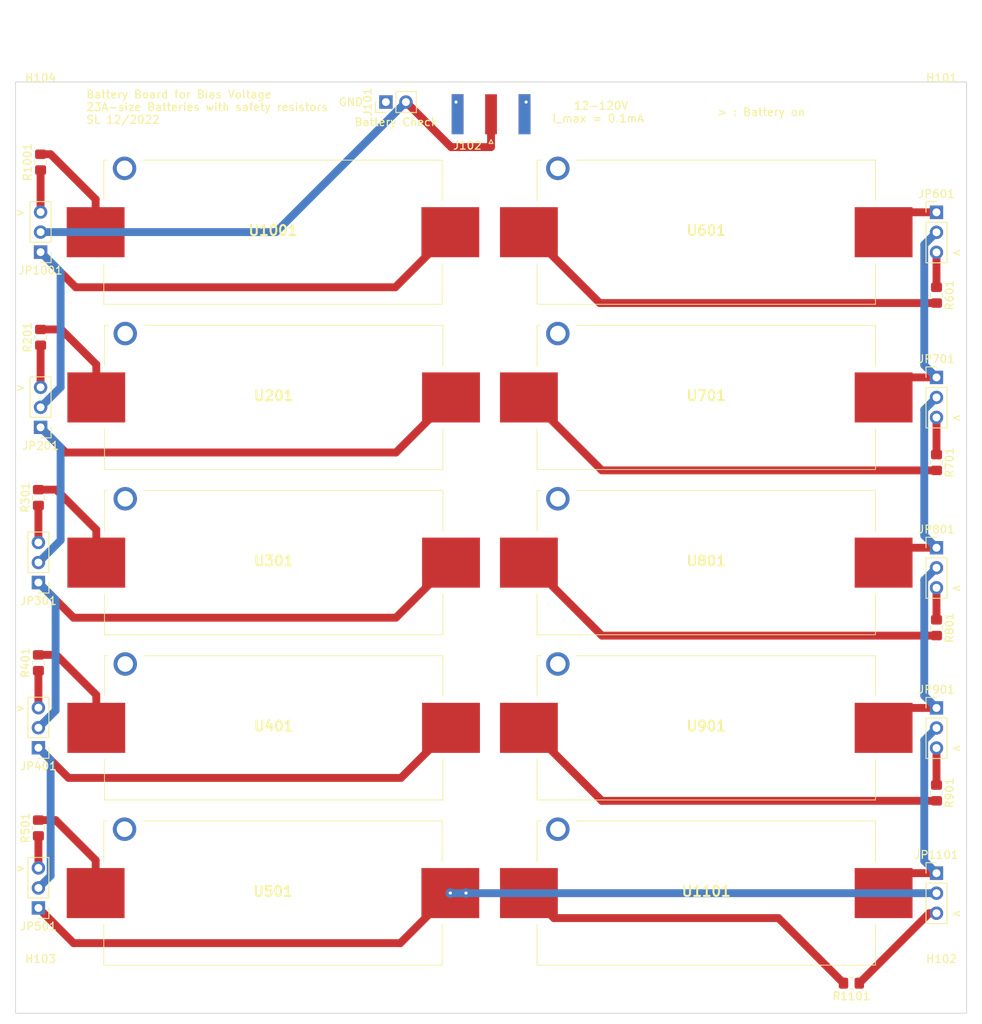
<source format=kicad_pcb>
(kicad_pcb (version 20211014) (generator pcbnew)
  (layers (0 "F.Cu" signal) (31 "B.Cu" signal) (34 "B.Paste" user) (35 "F.Paste" user) (36 "B.SilkS" user "B.Silkscreen") (37 "F.SilkS" user "F.Silkscreen") (38 "B.Mask" user) (39 "F.Mask" user) (44 "Edge.Cuts" user))
  (net 0 "")
  (net 1 "/Battery unit8/V_batt+12V")
  (net 2 "GND")
  (net 3 "/Battery unit/V_batt-")
  (net 4 "/Battery unit/V_batt+12V")
  (net 5 "/Battery unit1/V_batt-")
  (net 6 "/Battery unit2/V_batt-")
  (net 7 "/Battery unit3/V_batt-")
  (net 8 "/Battery unit4/V_batt+12V")
  (net 9 "/Battery unit5/V_batt+12V")
  (net 10 "/Battery unit6/V_batt+12V")
  (net 11 "Net-(JP201-Pad3)")
  (net 12 "Net-(R201-Pad2)")
  (net 13 "Net-(JP301-Pad3)")
  (net 14 "Net-(R301-Pad2)")
  (net 15 "Net-(JP401-Pad3)")
  (net 16 "Net-(R401-Pad2)")
  (net 17 "Net-(JP501-Pad3)")
  (net 18 "Net-(R501-Pad2)")
  (net 19 "Net-(JP601-Pad3)")
  (net 20 "Net-(R601-Pad2)")
  (net 21 "Net-(JP701-Pad3)")
  (net 22 "Net-(R701-Pad2)")
  (net 23 "Net-(JP801-Pad3)")
  (net 24 "Net-(R801-Pad2)")
  (net 25 "Net-(JP901-Pad3)")
  (net 26 "Net-(R901-Pad2)")
  (net 27 "Net-(JP1001-Pad3)")
  (net 28 "Net-(R1001-Pad2)")
  (net 29 "Net-(JP1101-Pad3)")
  (net 30 "Net-(R1101-Pad2)")
  (net 41 "/Battery unit7/V_batt+12V")
  (footprint "Resistor_SMD:R_0805_2012Metric_Pad1.20x1.40mm_HandSolder" (layer "F.Cu") (at 73.025 42.545 90)
    (fp_text reference "R1001" (at 0 -1.65 90) (layer "F.SilkS"))
    (fp_text value "120k")
    (fp_line (start -0.227064 -0.735) (end 0.227064 -0.735) (layer "F.SilkS") (width 0.12))
    (fp_line (start -0.227064 0.735) (end 0.227064 0.735) (layer "F.SilkS") (width 0.12))
    (pad "1" smd roundrect (at -1 0 90) (size 1.2 1.4) (layers "F.Cu" "F.Paste" "F.Mask") (roundrect_rratio 0.208333) (net 27 "Net-(JP1001-Pad3)"))
    (pad "2" smd roundrect (at 1 0 90) (size 1.2 1.4) (layers "F.Cu" "F.Paste" "F.Mask") (roundrect_rratio 0.208333) (net 28 "Net-(R1001-Pad2)"))
  )
  (footprint "Resistor_SMD:R_0805_2012Metric_Pad1.20x1.40mm_HandSolder" (layer "F.Cu") (at 72.75 106.045 90)
    (fp_text reference "R401" (at 0 -1.65 90) (layer "F.SilkS"))
    (fp_text value "120k")
    (fp_line (start -0.227064 -0.735) (end 0.227064 -0.735) (layer "F.SilkS") (width 0.12))
    (fp_line (start -0.227064 0.735) (end 0.227064 0.735) (layer "F.SilkS") (width 0.12))
    (pad "1" smd roundrect (at -1 0 90) (size 1.2 1.4) (layers "F.Cu" "F.Paste" "F.Mask") (roundrect_rratio 0.208333) (net 15 "Net-(JP401-Pad3)"))
    (pad "2" smd roundrect (at 1 0 90) (size 1.2 1.4) (layers "F.Cu" "F.Paste" "F.Mask") (roundrect_rratio 0.208333) (net 16 "Net-(R401-Pad2)"))
  )
  (footprint "Connector_PinHeader_2.54mm:PinHeader_1x03_P2.54mm_Vertical" (layer "F.Cu") (at 186.69 48.91)
    (fp_text reference "JP601" (at 0 -2.33) (layer "F.SilkS"))
    (fp_text value "Bypass")
    (fp_line (start -1.33 6.41) (end 1.33 6.41) (layer "F.SilkS") (width 0.12))
    (fp_line (start -1.33 0) (end -1.33 -1.33) (layer "F.SilkS") (width 0.12))
    (fp_line (start -1.33 -1.33) (end 0 -1.33) (layer "F.SilkS") (width 0.12))
    (fp_line (start 1.33 1.27) (end 1.33 6.41) (layer "F.SilkS") (width 0.12))
    (fp_line (start -1.33 1.27) (end 1.33 1.27) (layer "F.SilkS") (width 0.12))
    (fp_line (start -1.33 1.27) (end -1.33 6.41) (layer "F.SilkS") (width 0.12))
    (pad "1" thru_hole rect (at 0 0) (size 1.7 1.7) (drill 1) (layers *.Cu *.Mask) (net 2 "GND"))
    (pad "2" thru_hole oval (at 0 2.54) (size 1.7 1.7) (drill 1) (layers *.Cu *.Mask) (net 8 "/Battery unit4/V_batt+12V"))
    (pad "3" thru_hole oval (at 0 5.08) (size 1.7 1.7) (drill 1) (layers *.Cu *.Mask) (net 19 "Net-(JP601-Pad3)"))
  )
  (footprint "MountingHole:MountingHole_2.7mm_M2.5" (layer "F.Cu") (at 187.325 35.56)
    (fp_text reference "H101" (at 0 -3.7) (layer "F.SilkS"))
    (fp_text value "MountingHole")
    (pad "" np_thru_hole circle (at 0 0) (size 2.7 2.7) (drill 2.7) (layers *.Cu *.Mask))
  )
  (footprint "Connector_PinHeader_2.54mm:PinHeader_1x03_P2.54mm_Vertical" (layer "F.Cu") (at 72.75 116.825 180)
    (fp_text reference "JP401" (at 0 -2.33) (layer "F.SilkS"))
    (fp_text value "Bypass")
    (fp_line (start -1.33 6.41) (end 1.33 6.41) (layer "F.SilkS") (width 0.12))
    (fp_line (start 1.33 1.27) (end 1.33 6.41) (layer "F.SilkS") (width 0.12))
    (fp_line (start -1.33 0) (end -1.33 -1.33) (layer "F.SilkS") (width 0.12))
    (fp_line (start -1.33 -1.33) (end 0 -1.33) (layer "F.SilkS") (width 0.12))
    (fp_line (start -1.33 1.27) (end -1.33 6.41) (layer "F.SilkS") (width 0.12))
    (fp_line (start -1.33 1.27) (end 1.33 1.27) (layer "F.SilkS") (width 0.12))
    (pad "1" thru_hole rect (at 0 0 180) (size 1.7 1.7) (drill 1) (layers *.Cu *.Mask) (net 6 "/Battery unit2/V_batt-"))
    (pad "2" thru_hole oval (at 0 2.54 180) (size 1.7 1.7) (drill 1) (layers *.Cu *.Mask) (net 5 "/Battery unit1/V_batt-"))
    (pad "3" thru_hole oval (at 0 5.08 180) (size 1.7 1.7) (drill 1) (layers *.Cu *.Mask) (net 15 "Net-(JP401-Pad3)"))
  )
  (footprint "23A_Battery_Holder:Keystone-1018" (layer "F.Cu") (at 157.48 72.39)
    (fp_text reference "U701" (at 0 -0.22) (layer "F.SilkS") (effects (font (size 1.27 1.27) (thickness 0.254))))
    (fp_text value "Keystone-1018-SMD" hide)
    (fp_line (start -21.465 -9.145) (end -21.465 -4) (layer "F.SilkS") (width 0.1))
    (fp_line (start 21.465 -9.145) (end 21.465 -4) (layer "F.SilkS") (width 0.1))
    (fp_line (start 21.465 9.145) (end -21.465 9.145) (layer "F.SilkS") (width 0.1))
    (fp_line (start 21.465 4) (end 21.465 9.145) (layer "F.SilkS") (width 0.1))
    (fp_line (start -21 -9.145) (end -21.465 -9.145) (layer "F.SilkS") (width 0.1))
    (fp_line (start -21.465 9.145) (end -21.465 4) (layer "F.SilkS") (width 0.1))
    (fp_line (start -16.5 -9.145) (end 21.465 -9.145) (layer "F.SilkS") (width 0.1))
    (pad "1" smd rect (at -22.5 0 90) (size 6.35 7.34) (layers "F.Cu" "F.Paste" "F.Mask") (net 22 "Net-(R701-Pad2)"))
    (pad "2" smd rect (at 22.5 0 90) (size 6.35 7.34) (layers "F.Cu" "F.Paste" "F.Mask") (net 8 "/Battery unit4/V_batt+12V"))
    (pad "MH1" thru_hole circle (at -18.83 -8.1) (size 2.97 2.97) (drill 1.98) (layers *.Cu *.Mask))
  )
  (footprint "Resistor_SMD:R_0805_2012Metric_Pad1.20x1.40mm_HandSolder" (layer "F.Cu") (at 186.69 122.555 -90)
    (fp_text reference "R901" (at 0 -1.65 90) (layer "F.SilkS"))
    (fp_text value "120k")
    (fp_line (start -0.227064 0.735) (end 0.227064 0.735) (layer "F.SilkS") (width 0.12))
    (fp_line (start -0.227064 -0.735) (end 0.227064 -0.735) (layer "F.SilkS") (width 0.12))
    (pad "1" smd roundrect (at -1 0 270) (size 1.2 1.4) (layers "F.Cu" "F.Paste" "F.Mask") (roundrect_rratio 0.208333) (net 25 "Net-(JP901-Pad3)"))
    (pad "2" smd roundrect (at 1 0 270) (size 1.2 1.4) (layers "F.Cu" "F.Paste" "F.Mask") (roundrect_rratio 0.208333) (net 26 "Net-(R901-Pad2)"))
  )
  (footprint "Connector_PinHeader_2.54mm:PinHeader_1x03_P2.54mm_Vertical" (layer "F.Cu") (at 73.025 53.96 180)
    (fp_text reference "JP1001" (at 0 -2.33) (layer "F.SilkS"))
    (fp_text value "Bypass")
    (fp_line (start -1.33 -1.33) (end 0 -1.33) (layer "F.SilkS") (width 0.12))
    (fp_line (start 1.33 1.27) (end 1.33 6.41) (layer "F.SilkS") (width 0.12))
    (fp_line (start -1.33 1.27) (end -1.33 6.41) (layer "F.SilkS") (width 0.12))
    (fp_line (start -1.33 1.27) (end 1.33 1.27) (layer "F.SilkS") (width 0.12))
    (fp_line (start -1.33 6.41) (end 1.33 6.41) (layer "F.SilkS") (width 0.12))
    (fp_line (start -1.33 0) (end -1.33 -1.33) (layer "F.SilkS") (width 0.12))
    (pad "1" thru_hole rect (at 0 0 180) (size 1.7 1.7) (drill 1) (layers *.Cu *.Mask) (net 4 "/Battery unit/V_batt+12V"))
    (pad "2" thru_hole oval (at 0 2.54 180) (size 1.7 1.7) (drill 1) (layers *.Cu *.Mask) (net 1 "/Battery unit8/V_batt+12V"))
    (pad "3" thru_hole oval (at 0 5.08 180) (size 1.7 1.7) (drill 1) (layers *.Cu *.Mask) (net 27 "Net-(JP1001-Pad3)"))
  )
  (footprint "23A_Battery_Holder:Keystone-1018" (layer "F.Cu") (at 102.51 51.435)
    (fp_text reference "U1001" (at 0 -0.22) (layer "F.SilkS") (effects (font (size 1.27 1.27) (thickness 0.254))))
    (fp_text value "Keystone-1018-SMD" hide)
    (fp_line (start 21.465 9.145) (end -21.465 9.145) (layer "F.SilkS") (width 0.1))
    (fp_line (start -21 -9.145) (end -21.465 -9.145) (layer "F.SilkS") (width 0.1))
    (fp_line (start 21.465 -9.145) (end 21.465 -4) (layer "F.SilkS") (width 0.1))
    (fp_line (start -21.465 9.145) (end -21.465 4) (layer "F.SilkS") (width 0.1))
    (fp_line (start -21.465 -9.145) (end -21.465 -4) (layer "F.SilkS") (width 0.1))
    (fp_line (start -16.5 -9.145) (end 21.465 -9.145) (layer "F.SilkS") (width 0.1))
    (fp_line (start 21.465 4) (end 21.465 9.145) (layer "F.SilkS") (width 0.1))
    (pad "1" smd rect (at -22.5 0 90) (size 6.35 7.34) (layers "F.Cu" "F.Paste" "F.Mask") (net 28 "Net-(R1001-Pad2)"))
    (pad "2" smd rect (at 22.5 0 90) (size 6.35 7.34) (layers "F.Cu" "F.Paste" "F.Mask") (net 4 "/Battery unit/V_batt+12V"))
    (pad "MH1" thru_hole circle (at -18.83 -8.1) (size 2.97 2.97) (drill 1.98) (layers *.Cu *.Mask))
  )
  (footprint "23A_Battery_Holder:Keystone-1018" (layer "F.Cu") (at 157.48 114.3)
    (fp_text reference "U901" (at 0 -0.22) (layer "F.SilkS") (effects (font (size 1.27 1.27) (thickness 0.254))))
    (fp_text value "Keystone-1018-SMD" hide)
    (fp_line (start -21 -9.145) (end -21.465 -9.145) (layer "F.SilkS") (width 0.1))
    (fp_line (start -16.5 -9.145) (end 21.465 -9.145) (layer "F.SilkS") (width 0.1))
    (fp_line (start 21.465 -9.145) (end 21.465 -4) (layer "F.SilkS") (width 0.1))
    (fp_line (start -21.465 9.145) (end -21.465 4) (layer "F.SilkS") (width 0.1))
    (fp_line (start -21.465 -9.145) (end -21.465 -4) (layer "F.SilkS") (width 0.1))
    (fp_line (start 21.465 9.145) (end -21.465 9.145) (layer "F.SilkS") (width 0.1))
    (fp_line (start 21.465 4) (end 21.465 9.145) (layer "F.SilkS") (width 0.1))
    (pad "1" smd rect (at -22.5 0 90) (size 6.35 7.34) (layers "F.Cu" "F.Paste" "F.Mask") (net 26 "Net-(R901-Pad2)"))
    (pad "2" smd rect (at 22.5 0 90) (size 6.35 7.34) (layers "F.Cu" "F.Paste" "F.Mask") (net 10 "/Battery unit6/V_batt+12V"))
    (pad "MH1" thru_hole circle (at -18.83 -8.1) (size 2.97 2.97) (drill 1.98) (layers *.Cu *.Mask))
  )
  (footprint "Connector_Coaxial:SMA_Amphenol_132289_EdgeMount" (layer "F.Cu") (at 130.175 36.4775 90)
    (fp_text reference "J102" (at -3.96 -3) (layer "F.SilkS"))
    (fp_text value "Conn_Coaxial")
    (fp_line (start -3.71 0.25) (end -3.21 0) (layer "F.SilkS") (width 0.12))
    (fp_line (start -3.21 0) (end -3.71 -0.25) (layer "F.SilkS") (width 0.12))
    (fp_line (start -3.71 -0.25) (end -3.71 0.25) (layer "F.SilkS") (width 0.12))
    (pad "1" smd rect (at 0 0 180) (size 1.5 5.08) (layers "F.Cu" "F.Paste" "F.Mask") (net 1 "/Battery unit8/V_batt+12V"))
    (pad "2" smd rect (at 0 4.25 180) (size 1.5 5.08) (layers "F.Cu" "F.Paste" "F.Mask") (net 2 "GND"))
    (pad "2" smd rect (at 0 -4.25 180) (size 1.5 5.08) (layers "B.Cu" "B.Paste" "B.Mask") (net 2 "GND"))
    (pad "2" smd rect (at 0 -4.25 180) (size 1.5 5.08) (layers "F.Cu" "F.Paste" "F.Mask") (net 2 "GND"))
    (pad "2" smd rect (at 0 4.25 180) (size 1.5 5.08) (layers "B.Cu" "B.Paste" "B.Mask") (net 2 "GND"))
  )
  (footprint "23A_Battery_Holder:Keystone-1018" (layer "F.Cu") (at 157.48 135.255)
    (fp_text reference "U1101" (at 0 -0.22) (layer "F.SilkS") (effects (font (size 1.27 1.27) (thickness 0.254))))
    (fp_text value "Keystone-1018-SMD" hide)
    (fp_line (start -21.465 9.145) (end -21.465 4) (layer "F.SilkS") (width 0.1))
    (fp_line (start -16.5 -9.145) (end 21.465 -9.145) (layer "F.SilkS") (width 0.1))
    (fp_line (start 21.465 9.145) (end -21.465 9.145) (layer "F.SilkS") (width 0.1))
    (fp_line (start -21 -9.145) (end -21.465 -9.145) (layer "F.SilkS") (width 0.1))
    (fp_line (start 21.465 -9.145) (end 21.465 -4) (layer "F.SilkS") (width 0.1))
    (fp_line (start -21.465 -9.145) (end -21.465 -4) (layer "F.SilkS") (width 0.1))
    (fp_line (start 21.465 4) (end 21.465 9.145) (layer "F.SilkS") (width 0.1))
    (pad "1" smd rect (at -22.5 0 90) (size 6.35 7.34) (layers "F.Cu" "F.Paste" "F.Mask") (net 30 "Net-(R1101-Pad2)"))
    (pad "2" smd rect (at 22.5 0 90) (size 6.35 7.34) (layers "F.Cu" "F.Paste" "F.Mask") (net 41 "/Battery unit7/V_batt+12V"))
    (pad "MH1" thru_hole circle (at -18.83 -8.1) (size 2.97 2.97) (drill 1.98) (layers *.Cu *.Mask))
  )
  (footprint "23A_Battery_Holder:Keystone-1018" (layer "F.Cu") (at 102.595 93.345)
    (fp_text reference "U301" (at 0 -0.22) (layer "F.SilkS") (effects (font (size 1.27 1.27) (thickness 0.254))))
    (fp_text value "Keystone-1018-SMD" hide)
    (fp_line (start -16.5 -9.145) (end 21.465 -9.145) (layer "F.SilkS") (width 0.1))
    (fp_line (start 21.465 4) (end 21.465 9.145) (layer "F.SilkS") (width 0.1))
    (fp_line (start 21.465 9.145) (end -21.465 9.145) (layer "F.SilkS") (width 0.1))
    (fp_line (start 21.465 -9.145) (end 21.465 -4) (layer "F.SilkS") (width 0.1))
    (fp_line (start -21 -9.145) (end -21.465 -9.145) (layer "F.SilkS") (width 0.1))
    (fp_line (start -21.465 9.145) (end -21.465 4) (layer "F.SilkS") (width 0.1))
    (fp_line (start -21.465 -9.145) (end -21.465 -4) (layer "F.SilkS") (width 0.1))
    (pad "1" smd rect (at -22.5 0 90) (size 6.35 7.34) (layers "F.Cu" "F.Paste" "F.Mask") (net 14 "Net-(R301-Pad2)"))
    (pad "2" smd rect (at 22.5 0 90) (size 6.35 7.34) (layers "F.Cu" "F.Paste" "F.Mask") (net 5 "/Battery unit1/V_batt-"))
    (pad "MH1" thru_hole circle (at -18.83 -8.1) (size 2.97 2.97) (drill 1.98) (layers *.Cu *.Mask))
  )
  (footprint "23A_Battery_Holder:Keystone-1018" (layer "F.Cu") (at 102.595 72.39)
    (fp_text reference "U201" (at 0 -0.22) (layer "F.SilkS") (effects (font (size 1.27 1.27) (thickness 0.254))))
    (fp_text value "Keystone-1018-SMD" hide)
    (fp_line (start -21 -9.145) (end -21.465 -9.145) (layer "F.SilkS") (width 0.1))
    (fp_line (start -16.5 -9.145) (end 21.465 -9.145) (layer "F.SilkS") (width 0.1))
    (fp_line (start 21.465 -9.145) (end 21.465 -4) (layer "F.SilkS") (width 0.1))
    (fp_line (start 21.465 9.145) (end -21.465 9.145) (layer "F.SilkS") (width 0.1))
    (fp_line (start -21.465 -9.145) (end -21.465 -4) (layer "F.SilkS") (width 0.1))
    (fp_line (start 21.465 4) (end 21.465 9.145) (layer "F.SilkS") (width 0.1))
    (fp_line (start -21.465 9.145) (end -21.465 4) (layer "F.SilkS") (width 0.1))
    (pad "1" smd rect (at -22.5 0 90) (size 6.35 7.34) (layers "F.Cu" "F.Paste" "F.Mask") (net 12 "Net-(R201-Pad2)"))
    (pad "2" smd rect (at 22.5 0 90) (size 6.35 7.34) (layers "F.Cu" "F.Paste" "F.Mask") (net 3 "/Battery unit/V_batt-"))
    (pad "MH1" thru_hole circle (at -18.83 -8.1) (size 2.97 2.97) (drill 1.98) (layers *.Cu *.Mask))
  )
  (footprint "MountingHole:MountingHole_2.7mm_M2.5" (layer "F.Cu") (at 73.025 35.56)
    (fp_text reference "H104" (at 0 -3.7) (layer "F.SilkS"))
    (fp_text value "MountingHole")
    (pad "" np_thru_hole circle (at 0 0) (size 2.7 2.7) (drill 2.7) (layers *.Cu *.Mask))
  )
  (footprint "Connector_PinHeader_2.54mm:PinHeader_1x03_P2.54mm_Vertical" (layer "F.Cu") (at 186.69 111.775)
    (fp_text reference "JP901" (at 0 -2.33) (layer "F.SilkS"))
    (fp_text value "Bypass")
    (fp_line (start -1.33 -1.33) (end 0 -1.33) (layer "F.SilkS") (width 0.12))
    (fp_line (start -1.33 6.41) (end 1.33 6.41) (layer "F.SilkS") (width 0.12))
    (fp_line (start 1.33 1.27) (end 1.33 6.41) (layer "F.SilkS") (width 0.12))
    (fp_line (start -1.33 1.27) (end -1.33 6.41) (layer "F.SilkS") (width 0.12))
    (fp_line (start -1.33 1.27) (end 1.33 1.27) (layer "F.SilkS") (width 0.12))
    (fp_line (start -1.33 0) (end -1.33 -1.33) (layer "F.SilkS") (width 0.12))
    (pad "1" thru_hole rect (at 0 0) (size 1.7 1.7) (drill 1) (layers *.Cu *.Mask) (net 10 "/Battery unit6/V_batt+12V"))
    (pad "2" thru_hole oval (at 0 2.54) (size 1.7 1.7) (drill 1) (layers *.Cu *.Mask) (net 41 "/Battery unit7/V_batt+12V"))
    (pad "3" thru_hole oval (at 0 5.08) (size 1.7 1.7) (drill 1) (layers *.Cu *.Mask) (net 25 "Net-(JP901-Pad3)"))
  )
  (footprint "Connector_PinHeader_2.54mm:PinHeader_1x02_P2.54mm_Vertical" (layer "F.Cu") (at 116.835 34.925 90)
    (fp_text reference "J101" (at 0 -2.33 90) (layer "F.SilkS"))
    (fp_text value "V_Test")
    (fp_line (start 1.33 1.27) (end 1.33 3.87) (layer "F.SilkS") (width 0.12))
    (fp_line (start -1.33 1.27) (end -1.33 3.87) (layer "F.SilkS") (width 0.12))
    (fp_line (start -1.33 0) (end -1.33 -1.33) (layer "F.SilkS") (width 0.12))
    (fp_line (start -1.33 -1.33) (end 0 -1.33) (layer "F.SilkS") (width 0.12))
    (fp_line (start -1.33 3.87) (end 1.33 3.87) (layer "F.SilkS") (width 0.12))
    (fp_line (start -1.33 1.27) (end 1.33 1.27) (layer "F.SilkS") (width 0.12))
    (pad "1" thru_hole rect (at 0 0 90) (size 1.7 1.7) (drill 1) (layers *.Cu *.Mask) (net 1 "/Battery unit8/V_batt+12V"))
    (pad "2" thru_hole oval (at 0 2.54 90) (size 1.7 1.7) (drill 1) (layers *.Cu *.Mask) (net 2 "GND"))
  )
  (footprint "Connector_PinHeader_2.54mm:PinHeader_1x03_P2.54mm_Vertical" (layer "F.Cu") (at 186.69 132.73)
    (fp_text reference "JP1101" (at 0 -2.33) (layer "F.SilkS"))
    (fp_text value "Bypass")
    (fp_line (start -1.33 0) (end -1.33 -1.33) (layer "F.SilkS") (width 0.12))
    (fp_line (start -1.33 1.27) (end 1.33 1.27) (layer "F.SilkS") (width 0.12))
    (fp_line (start -1.33 -1.33) (end 0 -1.33) (layer "F.SilkS") (width 0.12))
    (fp_line (start 1.33 1.27) (end 1.33 6.41) (layer "F.SilkS") (width 0.12))
    (fp_line (start -1.33 6.41) (end 1.33 6.41) (layer "F.SilkS") (width 0.12))
    (fp_line (start -1.33 1.27) (end -1.33 6.41) (layer "F.SilkS") (width 0.12))
    (pad "1" thru_hole rect (at 0 0) (size 1.7 1.7) (drill 1) (layers *.Cu *.Mask) (net 41 "/Battery unit7/V_batt+12V"))
    (pad "2" thru_hole oval (at 0 2.54) (size 1.7 1.7) (drill 1) (layers *.Cu *.Mask) (net 7 "/Battery unit3/V_batt-"))
    (pad "3" thru_hole oval (at 0 5.08) (size 1.7 1.7) (drill 1) (layers *.Cu *.Mask) (net 29 "Net-(JP1101-Pad3)"))
  )
  (footprint "Connector_PinHeader_2.54mm:PinHeader_1x03_P2.54mm_Vertical" (layer "F.Cu") (at 72.75 95.87 180)
    (fp_text reference "JP301" (at 0 -2.33) (layer "F.SilkS"))
    (fp_text value "Bypass")
    (fp_line (start -1.33 1.27) (end 1.33 1.27) (layer "F.SilkS") (width 0.12))
    (fp_line (start -1.33 1.27) (end -1.33 6.41) (layer "F.SilkS") (width 0.12))
    (fp_line (start 1.33 1.27) (end 1.33 6.41) (layer "F.SilkS") (width 0.12))
    (fp_line (start -1.33 0) (end -1.33 -1.33) (layer "F.SilkS") (width 0.12))
    (fp_line (start -1.33 -1.33) (end 0 -1.33) (layer "F.SilkS") (width 0.12))
    (fp_line (start -1.33 6.41) (end 1.33 6.41) (layer "F.SilkS") (width 0.12))
    (pad "1" thru_hole rect (at 0 0 180) (size 1.7 1.7) (drill 1) (layers *.Cu *.Mask) (net 5 "/Battery unit1/V_batt-"))
    (pad "2" thru_hole oval (at 0 2.54 180) (size 1.7 1.7) (drill 1) (layers *.Cu *.Mask) (net 3 "/Battery unit/V_batt-"))
    (pad "3" thru_hole oval (at 0 5.08 180) (size 1.7 1.7) (drill 1) (layers *.Cu *.Mask) (net 13 "Net-(JP301-Pad3)"))
  )
  (footprint "MountingHole:MountingHole_2.7mm_M2.5" (layer "F.Cu") (at 73.025 147.32)
    (fp_text reference "H103" (at 0 -3.7) (layer "F.SilkS"))
    (fp_text value "MountingHole")
    (pad "" np_thru_hole circle (at 0 0) (size 2.7 2.7) (drill 2.7) (layers *.Cu *.Mask))
  )
  (footprint "23A_Battery_Holder:Keystone-1018" (layer "F.Cu") (at 157.48 51.435)
    (fp_text reference "U601" (at 0 -0.22) (layer "F.SilkS") (effects (font (size 1.27 1.27) (thickness 0.254))))
    (fp_text value "Keystone-1018-SMD" hide)
    (fp_line (start 21.465 4) (end 21.465 9.145) (layer "F.SilkS") (width 0.1))
    (fp_line (start 21.465 9.145) (end -21.465 9.145) (layer "F.SilkS") (width 0.1))
    (fp_line (start -21.465 -9.145) (end -21.465 -4) (layer "F.SilkS") (width 0.1))
    (fp_line (start -21.465 9.145) (end -21.465 4) (layer "F.SilkS") (width 0.1))
    (fp_line (start -21 -9.145) (end -21.465 -9.145) (layer "F.SilkS") (width 0.1))
    (fp_line (start -16.5 -9.145) (end 21.465 -9.145) (layer "F.SilkS") (width 0.1))
    (fp_line (start 21.465 -9.145) (end 21.465 -4) (layer "F.SilkS") (width 0.1))
    (pad "1" smd rect (at -22.5 0 90) (size 6.35 7.34) (layers "F.Cu" "F.Paste" "F.Mask") (net 20 "Net-(R601-Pad2)"))
    (pad "2" smd rect (at 22.5 0 90) (size 6.35 7.34) (layers "F.Cu" "F.Paste" "F.Mask") (net 2 "GND"))
    (pad "MH1" thru_hole circle (at -18.83 -8.1) (size 2.97 2.97) (drill 1.98) (layers *.Cu *.Mask))
  )
  (footprint "Resistor_SMD:R_0805_2012Metric_Pad1.20x1.40mm_HandSolder" (layer "F.Cu") (at 72.75 127 90)
    (fp_text reference "R501" (at 0 -1.65 90) (layer "F.SilkS"))
    (fp_text value "120k")
    (fp_line (start -0.227064 0.735) (end 0.227064 0.735) (layer "F.SilkS") (width 0.12))
    (fp_line (start -0.227064 -0.735) (end 0.227064 -0.735) (layer "F.SilkS") (width 0.12))
    (pad "1" smd roundrect (at -1 0 90) (size 1.2 1.4) (layers "F.Cu" "F.Paste" "F.Mask") (roundrect_rratio 0.208333) (net 17 "Net-(JP501-Pad3)"))
    (pad "2" smd roundrect (at 1 0 90) (size 1.2 1.4) (layers "F.Cu" "F.Paste" "F.Mask") (roundrect_rratio 0.208333) (net 18 "Net-(R501-Pad2)"))
  )
  (footprint "23A_Battery_Holder:Keystone-1018" (layer "F.Cu") (at 157.48 93.345)
    (fp_text reference "U801" (at 0 -0.22) (layer "F.SilkS") (effects (font (size 1.27 1.27) (thickness 0.254))))
    (fp_text value "Keystone-1018-SMD" hide)
    (fp_line (start -16.5 -9.145) (end 21.465 -9.145) (layer "F.SilkS") (width 0.1))
    (fp_line (start -21 -9.145) (end -21.465 -9.145) (layer "F.SilkS") (width 0.1))
    (fp_line (start -21.465 -9.145) (end -21.465 -4) (layer "F.SilkS") (width 0.1))
    (fp_line (start -21.465 9.145) (end -21.465 4) (layer "F.SilkS") (width 0.1))
    (fp_line (start 21.465 4) (end 21.465 9.145) (layer "F.SilkS") (width 0.1))
    (fp_line (start 21.465 -9.145) (end 21.465 -4) (layer "F.SilkS") (width 0.1))
    (fp_line (start 21.465 9.145) (end -21.465 9.145) (layer "F.SilkS") (width 0.1))
    (pad "1" smd rect (at -22.5 0 90) (size 6.35 7.34) (layers "F.Cu" "F.Paste" "F.Mask") (net 24 "Net-(R801-Pad2)"))
    (pad "2" smd rect (at 22.5 0 90) (size 6.35 7.34) (layers "F.Cu" "F.Paste" "F.Mask") (net 9 "/Battery unit5/V_batt+12V"))
    (pad "MH1" thru_hole circle (at -18.83 -8.1) (size 2.97 2.97) (drill 1.98) (layers *.Cu *.Mask))
  )
  (footprint "Connector_PinHeader_2.54mm:PinHeader_1x03_P2.54mm_Vertical" (layer "F.Cu") (at 73.025 76.185 180)
    (fp_text reference "JP201" (at 0 -2.33) (layer "F.SilkS"))
    (fp_text value "Bypass")
    (fp_line (start -1.33 1.27) (end 1.33 1.27) (layer "F.SilkS") (width 0.12))
    (fp_line (start -1.33 6.41) (end 1.33 6.41) (layer "F.SilkS") (width 0.12))
    (fp_line (start 1.33 1.27) (end 1.33 6.41) (layer "F.SilkS") (width 0.12))
    (fp_line (start -1.33 -1.33) (end 0 -1.33) (layer "F.SilkS") (width 0.12))
    (fp_line (start -1.33 1.27) (end -1.33 6.41) (layer "F.SilkS") (width 0.12))
    (fp_line (start -1.33 0) (end -1.33 -1.33) (layer "F.SilkS") (width 0.12))
    (pad "1" thru_hole rect (at 0 0 180) (size 1.7 1.7) (drill 1) (layers *.Cu *.Mask) (net 3 "/Battery unit/V_batt-"))
    (pad "2" thru_hole oval (at 0 2.54 180) (size 1.7 1.7) (drill 1) (layers *.Cu *.Mask) (net 4 "/Battery unit/V_batt+12V"))
    (pad "3" thru_hole oval (at 0 5.08 180) (size 1.7 1.7) (drill 1) (layers *.Cu *.Mask) (net 11 "Net-(JP201-Pad3)"))
  )
  (footprint "23A_Battery_Holder:Keystone-1018" (layer "F.Cu") (at 102.595 114.3)
    (fp_text reference "U401" (at 0 -0.22) (layer "F.SilkS") (effects (font (size 1.27 1.27) (thickness 0.254))))
    (fp_text value "Keystone-1018-SMD" hide)
    (fp_line (start 21.465 9.145) (end -21.465 9.145) (layer "F.SilkS") (width 0.1))
    (fp_line (start -16.5 -9.145) (end 21.465 -9.145) (layer "F.SilkS") (width 0.1))
    (fp_line (start -21 -9.145) (end -21.465 -9.145) (layer "F.SilkS") (width 0.1))
    (fp_line (start -21.465 9.145) (end -21.465 4) (layer "F.SilkS") (width 0.1))
    (fp_line (start -21.465 -9.145) (end -21.465 -4) (layer "F.SilkS") (width 0.1))
    (fp_line (start 21.465 -9.145) (end 21.465 -4) (layer "F.SilkS") (width 0.1))
    (fp_line (start 21.465 4) (end 21.465 9.145) (layer "F.SilkS") (width 0.1))
    (pad "1" smd rect (at -22.5 0 90) (size 6.35 7.34) (layers "F.Cu" "F.Paste" "F.Mask") (net 16 "Net-(R401-Pad2)"))
    (pad "2" smd rect (at 22.5 0 90) (size 6.35 7.34) (layers "F.Cu" "F.Paste" "F.Mask") (net 6 "/Battery unit2/V_batt-"))
    (pad "MH1" thru_hole circle (at -18.83 -8.1) (size 2.97 2.97) (drill 1.98) (layers *.Cu *.Mask))
  )
  (footprint "Connector_PinHeader_2.54mm:PinHeader_1x03_P2.54mm_Vertical" (layer "F.Cu") (at 186.69 91.455)
    (fp_text reference "JP801" (at 0 -2.33) (layer "F.SilkS"))
    (fp_text value "Bypass")
    (fp_line (start -1.33 0) (end -1.33 -1.33) (layer "F.SilkS") (width 0.12))
    (fp_line (start -1.33 1.27) (end -1.33 6.41) (layer "F.SilkS") (width 0.12))
    (fp_line (start -1.33 -1.33) (end 0 -1.33) (layer "F.SilkS") (width 0.12))
    (fp_line (start -1.33 6.41) (end 1.33 6.41) (layer "F.SilkS") (width 0.12))
    (fp_line (start -1.33 1.27) (end 1.33 1.27) (layer "F.SilkS") (width 0.12))
    (fp_line (start 1.33 1.27) (end 1.33 6.41) (layer "F.SilkS") (width 0.12))
    (pad "1" thru_hole rect (at 0 0) (size 1.7 1.7) (drill 1) (layers *.Cu *.Mask) (net 9 "/Battery unit5/V_batt+12V"))
    (pad "2" thru_hole oval (at 0 2.54) (size 1.7 1.7) (drill 1) (layers *.Cu *.Mask) (net 10 "/Battery unit6/V_batt+12V"))
    (pad "3" thru_hole oval (at 0 5.08) (size 1.7 1.7) (drill 1) (layers *.Cu *.Mask) (net 23 "Net-(JP801-Pad3)"))
  )
  (footprint "Resistor_SMD:R_0805_2012Metric_Pad1.20x1.40mm_HandSolder" (layer "F.Cu") (at 175.895 146.685 180)
    (fp_text reference "R1101" (at 0 -1.65) (layer "F.SilkS"))
    (fp_text value "120k")
    (fp_line (start -0.227064 -0.735) (end 0.227064 -0.735) (layer "F.SilkS") (width 0.12))
    (fp_line (start -0.227064 0.735) (end 0.227064 0.735) (layer "F.SilkS") (width 0.12))
    (pad "1" smd roundrect (at -1 0 180) (size 1.2 1.4) (layers "F.Cu" "F.Paste" "F.Mask") (roundrect_rratio 0.208333) (net 29 "Net-(JP1101-Pad3)"))
    (pad "2" smd roundrect (at 1 0 180) (size 1.2 1.4) (layers "F.Cu" "F.Paste" "F.Mask") (roundrect_rratio 0.208333) (net 30 "Net-(R1101-Pad2)"))
  )
  (footprint "Resistor_SMD:R_0805_2012Metric_Pad1.20x1.40mm_HandSolder" (layer "F.Cu") (at 72.75 85.09 90)
    (fp_text reference "R301" (at 0 -1.65 90) (layer "F.SilkS"))
    (fp_text value "120k")
    (fp_line (start -0.227064 -0.735) (end 0.227064 -0.735) (layer "F.SilkS") (width 0.12))
    (fp_line (start -0.227064 0.735) (end 0.227064 0.735) (layer "F.SilkS") (width 0.12))
    (pad "1" smd roundrect (at -1 0 90) (size 1.2 1.4) (layers "F.Cu" "F.Paste" "F.Mask") (roundrect_rratio 0.208333) (net 13 "Net-(JP301-Pad3)"))
    (pad "2" smd roundrect (at 1 0 90) (size 1.2 1.4) (layers "F.Cu" "F.Paste" "F.Mask") (roundrect_rratio 0.208333) (net 14 "Net-(R301-Pad2)"))
  )
  (footprint "23A_Battery_Holder:Keystone-1018" (layer "F.Cu") (at 102.51 135.255)
    (fp_text reference "U501" (at 0 -0.22) (layer "F.SilkS") (effects (font (size 1.27 1.27) (thickness 0.254))))
    (fp_text value "Keystone-1018-SMD" hide)
    (fp_line (start -16.5 -9.145) (end 21.465 -9.145) (layer "F.SilkS") (width 0.1))
    (fp_line (start 21.465 9.145) (end -21.465 9.145) (layer "F.SilkS") (width 0.1))
    (fp_line (start -21.465 -9.145) (end -21.465 -4) (layer "F.SilkS") (width 0.1))
    (fp_line (start 21.465 4) (end 21.465 9.145) (layer "F.SilkS") (width 0.1))
    (fp_line (start -21 -9.145) (end -21.465 -9.145) (layer "F.SilkS") (width 0.1))
    (fp_line (start -21.465 9.145) (end -21.465 4) (layer "F.SilkS") (width 0.1))
    (fp_line (start 21.465 -9.145) (end 21.465 -4) (layer "F.SilkS") (width 0.1))
    (pad "1" smd rect (at -22.5 0 90) (size 6.35 7.34) (layers "F.Cu" "F.Paste" "F.Mask") (net 18 "Net-(R501-Pad2)"))
    (pad "2" smd rect (at 22.5 0 90) (size 6.35 7.34) (layers "F.Cu" "F.Paste" "F.Mask") (net 7 "/Battery unit3/V_batt-"))
    (pad "MH1" thru_hole circle (at -18.83 -8.1) (size 2.97 2.97) (drill 1.98) (layers *.Cu *.Mask))
  )
  (footprint "Resistor_SMD:R_0805_2012Metric_Pad1.20x1.40mm_HandSolder" (layer "F.Cu") (at 186.69 101.6 -90)
    (fp_text reference "R801" (at 0 -1.65 90) (layer "F.SilkS"))
    (fp_text value "120k")
    (fp_line (start -0.227064 -0.735) (end 0.227064 -0.735) (layer "F.SilkS") (width 0.12))
    (fp_line (start -0.227064 0.735) (end 0.227064 0.735) (layer "F.SilkS") (width 0.12))
    (pad "1" smd roundrect (at -1 0 270) (size 1.2 1.4) (layers "F.Cu" "F.Paste" "F.Mask") (roundrect_rratio 0.208333) (net 23 "Net-(JP801-Pad3)"))
    (pad "2" smd roundrect (at 1 0 270) (size 1.2 1.4) (layers "F.Cu" "F.Paste" "F.Mask") (roundrect_rratio 0.208333) (net 24 "Net-(R801-Pad2)"))
  )
  (footprint "Resistor_SMD:R_0805_2012Metric_Pad1.20x1.40mm_HandSolder" (layer "F.Cu") (at 73.025 64.77 90)
    (fp_text reference "R201" (at 0 -1.65 90) (layer "F.SilkS"))
    (fp_text value "120k")
    (fp_line (start -0.227064 -0.735) (end 0.227064 -0.735) (layer "F.SilkS") (width 0.12))
    (fp_line (start -0.227064 0.735) (end 0.227064 0.735) (layer "F.SilkS") (width 0.12))
    (pad "1" smd roundrect (at -1 0 90) (size 1.2 1.4) (layers "F.Cu" "F.Paste" "F.Mask") (roundrect_rratio 0.208333) (net 11 "Net-(JP201-Pad3)"))
    (pad "2" smd roundrect (at 1 0 90) (size 1.2 1.4) (layers "F.Cu" "F.Paste" "F.Mask") (roundrect_rratio 0.208333) (net 12 "Net-(R201-Pad2)"))
  )
  (footprint "Connector_PinHeader_2.54mm:PinHeader_1x03_P2.54mm_Vertical" (layer "F.Cu") (at 72.75 137.145 180)
    (fp_text reference "JP501" (at 0 -2.33) (layer "F.SilkS"))
    (fp_text value "Bypass")
    (fp_line (start -1.33 1.27) (end -1.33 6.41) (layer "F.SilkS") (width 0.12))
    (fp_line (start -1.33 0) (end -1.33 -1.33) (layer "F.SilkS") (width 0.12))
    (fp_line (start 1.33 1.27) (end 1.33 6.41) (layer "F.SilkS") (width 0.12))
    (fp_line (start -1.33 -1.33) (end 0 -1.33) (layer "F.SilkS") (width 0.12))
    (fp_line (start -1.33 1.27) (end 1.33 1.27) (layer "F.SilkS") (width 0.12))
    (fp_line (start -1.33 6.41) (end 1.33 6.41) (layer "F.SilkS") (width 0.12))
    (pad "1" thru_hole rect (at 0 0 180) (size 1.7 1.7) (drill 1) (layers *.Cu *.Mask) (net 7 "/Battery unit3/V_batt-"))
    (pad "2" thru_hole oval (at 0 2.54 180) (size 1.7 1.7) (drill 1) (layers *.Cu *.Mask) (net 6 "/Battery unit2/V_batt-"))
    (pad "3" thru_hole oval (at 0 5.08 180) (size 1.7 1.7) (drill 1) (layers *.Cu *.Mask) (net 17 "Net-(JP501-Pad3)"))
  )
  (footprint "Connector_PinHeader_2.54mm:PinHeader_1x03_P2.54mm_Vertical" (layer "F.Cu") (at 186.69 69.85)
    (fp_text reference "JP701" (at 0 -2.33) (layer "F.SilkS"))
    (fp_text value "Bypass")
    (fp_line (start -1.33 1.27) (end 1.33 1.27) (layer "F.SilkS") (width 0.12))
    (fp_line (start 1.33 1.27) (end 1.33 6.41) (layer "F.SilkS") (width 0.12))
    (fp_line (start -1.33 1.27) (end -1.33 6.41) (layer "F.SilkS") (width 0.12))
    (fp_line (start -1.33 0) (end -1.33 -1.33) (layer "F.SilkS") (width 0.12))
    (fp_line (start -1.33 -1.33) (end 0 -1.33) (layer "F.SilkS") (width 0.12))
    (fp_line (start -1.33 6.41) (end 1.33 6.41) (layer "F.SilkS") (width 0.12))
    (pad "1" thru_hole rect (at 0 0) (size 1.7 1.7) (drill 1) (layers *.Cu *.Mask) (net 8 "/Battery unit4/V_batt+12V"))
    (pad "2" thru_hole oval (at 0 2.54) (size 1.7 1.7) (drill 1) (layers *.Cu *.Mask) (net 9 "/Battery unit5/V_batt+12V"))
    (pad "3" thru_hole oval (at 0 5.08) (size 1.7 1.7) (drill 1) (layers *.Cu *.Mask) (net 21 "Net-(JP701-Pad3)"))
  )
  (footprint "Resistor_SMD:R_0805_2012Metric_Pad1.20x1.40mm_HandSolder" (layer "F.Cu") (at 186.69 80.645 -90)
    (fp_text reference "R701" (at 0 -1.65 90) (layer "F.SilkS"))
    (fp_text value "120k")
    (fp_line (start -0.227064 0.735) (end 0.227064 0.735) (layer "F.SilkS") (width 0.12))
    (fp_line (start -0.227064 -0.735) (end 0.227064 -0.735) (layer "F.SilkS") (width 0.12))
    (pad "1" smd roundrect (at -1 0 270) (size 1.2 1.4) (layers "F.Cu" "F.Paste" "F.Mask") (roundrect_rratio 0.208333) (net 21 "Net-(JP701-Pad3)"))
    (pad "2" smd roundrect (at 1 0 270) (size 1.2 1.4) (layers "F.Cu" "F.Paste" "F.Mask") (roundrect_rratio 0.208333) (net 22 "Net-(R701-Pad2)"))
  )
  (footprint "Resistor_SMD:R_0805_2012Metric_Pad1.20x1.40mm_HandSolder" (layer "F.Cu") (at 186.69 59.42 -90)
    (fp_text reference "R601" (at 0 -1.65 90) (layer "F.SilkS"))
    (fp_text value "120k")
    (fp_line (start -0.227064 0.735) (end 0.227064 0.735) (layer "F.SilkS") (width 0.12))
    (fp_line (start -0.227064 -0.735) (end 0.227064 -0.735) (layer "F.SilkS") (width 0.12))
    (pad "1" smd roundrect (at -1 0 270) (size 1.2 1.4) (layers "F.Cu" "F.Paste" "F.Mask") (roundrect_rratio 0.208333) (net 19 "Net-(JP601-Pad3)"))
    (pad "2" smd roundrect (at 1 0 270) (size 1.2 1.4) (layers "F.Cu" "F.Paste" "F.Mask") (roundrect_rratio 0.208333) (net 20 "Net-(R601-Pad2)"))
  )
  (footprint "MountingHole:MountingHole_2.7mm_M2.5" (layer "F.Cu") (at 187.325 147.32)
    (fp_text reference "H102" (at 0 -3.7) (layer "F.SilkS"))
    (fp_text value "MountingHole")
    (pad "" np_thru_hole circle (at 0 0) (size 2.7 2.7) (drill 2.7) (layers *.Cu *.Mask))
  )
  (gr_rect (start 69.85 32.385) (end 190.5 150.495) (layer "Edge.Cuts") (width 0.1) (fill none))
  (gr_text "Battery Check" (at 118.11 37.465) (layer "F.SilkS") (effects (font (size 1 1))))
  (gr_text "GND" (at 112.395 34.925) (layer "F.SilkS") (effects (font (size 1 1))))
  (gr_text "<" (at 189.23 53.975) (layer "F.SilkS") (effects (font (size 1 1))))
  (gr_text "<" (at 189.23 137.795) (layer "F.SilkS") (effects (font (size 1 1))))
  (gr_text ">" (at 70.485 71.12) (layer "F.SilkS") (effects (font (size 1 1))))
  (gr_text "<" (at 189.23 96.52) (layer "F.SilkS") (effects (font (size 1 1))))
  (gr_text "> : Battery on\n" (at 164.465 36.195) (layer "F.SilkS") (effects (font (size 1 1))))
  (gr_text "<" (at 189.23 74.93) (layer "F.SilkS") (effects (font (size 1 1))))
  (gr_text "Battery Board for Bias Voltage\n23A-size Batteries with safety resistors\nSL 12/2022" (at 78.74 35.56) (layer "F.SilkS") (effects (font (size 1 1)) (justify left)))
  (gr_text ">" (at 70.485 48.895) (layer "F.SilkS") (effects (font (size 1 1))))
  (gr_text "12-120V\nI_max = 0.1mA " (at 144.145 36.195) (layer "F.SilkS") (effects (font (size 1 1))))
  (gr_text "<" (at 189.23 116.84) (layer "F.SilkS") (effects (font (size 1 1))))
  (gr_text ">" (at 70.485 132.08) (layer "F.SilkS") (effects (font (size 1 1))))
  (gr_text ">" (at 70.485 111.76) (layer "F.SilkS") (effects (font (size 1 1))))
  (segment (start 130.18 34.48) (end 130.18 34.92) (width 1) (layer "F.Cu") (net 1))
  (segment (start 119.38 34.92) (end 125.1 40.64) (width 1) (layer "F.Cu") (net 1))
  (segment (start 130.175 40.64) (end 130.175 34.925) (width 1) (layer "F.Cu") (net 1))
  (segment (start 125.1 40.64) (end 130.175 40.64) (width 1) (layer "F.Cu") (net 1))
  (segment (start 102.88 51.42) (end 119.38 34.92) (width 1) (layer "B.Cu") (net 1))
  (segment (start 73.025 51.42) (end 102.88 51.42) (width 1) (layer "B.Cu") (net 1))
  (segment (start 186.69 48.91) (end 182.505 48.91) (width 1) (layer "F.Cu") (net 2))
  (via (at 134.62 34.925) (size 1) (drill 0.4) (layers "F.Cu" "B.Cu") (net 2))
  (via (at 125.73 34.925) (size 1) (drill 0.4) (layers "F.Cu" "B.Cu") (net 2))
  (segment (start 76.215 79.375) (end 118.11 79.375) (width 1) (layer "F.Cu") (net 3))
  (segment (start 73.025 76.185) (end 76.215 79.375) (width 1) (layer "F.Cu") (net 3))
  (segment (start 118.11 79.375) (end 125.095 72.39) (width 1) (layer "F.Cu") (net 3))
  (segment (start 75.565 78.725) (end 75.565 90.515) (width 1) (layer "B.Cu") (net 3))
  (segment (start 75.565 90.515) (end 72.75 93.33) (width 1) (layer "B.Cu") (net 3))
  (segment (start 73.025 76.185) (end 75.565 78.725) (width 1) (layer "B.Cu") (net 3))
  (segment (start 77.485 58.42) (end 118.025 58.42) (width 1) (layer "F.Cu") (net 4))
  (segment (start 118.025 58.42) (end 125.01 51.435) (width 1) (layer "F.Cu") (net 4))
  (segment (start 73.025 53.96) (end 77.485 58.42) (width 1) (layer "F.Cu") (net 4))
  (segment (start 73.025 53.96) (end 75.565 56.5) (width 1) (layer "B.Cu") (net 4))
  (segment (start 75.565 71.105) (end 73.025 73.645) (width 1) (layer "B.Cu") (net 4))
  (segment (start 75.565 56.5) (end 75.565 71.105) (width 1) (layer "B.Cu") (net 4))
  (segment (start 72.75 95.87) (end 77.21 100.33) (width 1) (layer "F.Cu") (net 5))
  (segment (start 77.21 100.33) (end 118.11 100.33) (width 1) (layer "F.Cu") (net 5))
  (segment (start 118.11 100.33) (end 125.095 93.345) (width 1) (layer "F.Cu") (net 5))
  (segment (start 74.93 112.105) (end 72.75 114.285) (width 1) (layer "B.Cu") (net 5))
  (segment (start 74.93 98.05) (end 74.93 112.105) (width 1) (layer "B.Cu") (net 5))
  (segment (start 72.75 95.87) (end 74.93 98.05) (width 1) (layer "B.Cu") (net 5))
  (segment (start 72.75 116.825) (end 76.575 120.65) (width 1) (layer "F.Cu") (net 6))
  (segment (start 118.745 120.65) (end 125.095 114.3) (width 1) (layer "F.Cu") (net 6))
  (segment (start 76.575 120.65) (end 118.745 120.65) (width 1) (layer "F.Cu") (net 6))
  (segment (start 74.3 133.055) (end 72.75 134.605) (width 1) (layer "B.Cu") (net 6))
  (segment (start 72.75 116.825) (end 74.3 118.375) (width 1) (layer "B.Cu") (net 6))
  (segment (start 74.3 118.375) (end 74.3 133.055) (width 1) (layer "B.Cu") (net 6))
  (segment (start 72.75 137.145) (end 77.21 141.605) (width 1) (layer "F.Cu") (net 7))
  (segment (start 77.21 141.605) (end 118.66 141.605) (width 1) (layer "F.Cu") (net 7))
  (segment (start 118.66 141.605) (end 125.01 135.255) (width 1) (layer "F.Cu") (net 7))
  (via (at 125.01 135.255) (size 1.2) (drill 0.4) (layers "F.Cu" "B.Cu") (net 7))
  (via (at 127 135.255) (size 1.2) (drill 0.4) (layers "F.Cu" "B.Cu") (net 7))
  (segment (start 125.025 135.27) (end 125.01 135.255) (width 1) (layer "B.Cu") (net 7))
  (segment (start 186.69 135.27) (end 125.025 135.27) (width 1) (layer "B.Cu") (net 7))
  (segment (start 186.69 69.85) (end 182.52 69.85) (width 1) (layer "F.Cu") (net 8))
  (segment (start 185.14 53) (end 185.14 68.3) (width 1) (layer "B.Cu") (net 8))
  (segment (start 186.69 51.45) (end 185.14 53) (width 1) (layer "B.Cu") (net 8))
  (segment (start 185.14 68.3) (end 186.69 69.85) (width 1) (layer "B.Cu") (net 8))
  (segment (start 186.69 91.455) (end 181.87 91.455) (width 1) (layer "F.Cu") (net 9))
  (segment (start 185.14 73.94) (end 185.14 89.905) (width 1) (layer "B.Cu") (net 9))
  (segment (start 185.14 89.905) (end 186.69 91.455) (width 1) (layer "B.Cu") (net 9))
  (segment (start 186.69 72.39) (end 185.14 73.94) (width 1) (layer "B.Cu") (net 9))
  (segment (start 186.69 111.775) (end 182.505 111.775) (width 1) (layer "F.Cu") (net 10))
  (segment (start 185.14 110.225) (end 186.69 111.775) (width 1) (layer "B.Cu") (net 10))
  (segment (start 185.14 95.545) (end 185.14 110.225) (width 1) (layer "B.Cu") (net 10))
  (segment (start 186.69 93.995) (end 185.14 95.545) (width 1) (layer "B.Cu") (net 10))
  (segment (start 73.025 65.77) (end 73.025 71.105) (width 1) (layer "F.Cu") (net 11))
  (segment (start 73.025 63.77) (end 75.65 63.77) (width 1) (layer "F.Cu") (net 12))
  (segment (start 80.095 68.215) (end 80.095 72.39) (width 1) (layer "F.Cu") (net 12))
  (segment (start 75.65 63.77) (end 80.095 68.215) (width 1) (layer "F.Cu") (net 12))
  (segment (start 72.75 86.09) (end 72.75 90.79) (width 1) (layer "F.Cu") (net 13))
  (segment (start 80.095 89.17) (end 80.095 93.345) (width 1) (layer "F.Cu") (net 14))
  (segment (start 75.015 84.09) (end 80.095 89.17) (width 1) (layer "F.Cu") (net 14))
  (segment (start 72.75 84.09) (end 75.015 84.09) (width 1) (layer "F.Cu") (net 14))
  (segment (start 72.75 107.045) (end 72.75 111.745) (width 1) (layer "F.Cu") (net 15))
  (segment (start 80.095 110.125) (end 80.095 114.3) (width 1) (layer "F.Cu") (net 16))
  (segment (start 72.75 105.045) (end 75.015 105.045) (width 1) (layer "F.Cu") (net 16))
  (segment (start 75.015 105.045) (end 80.095 110.125) (width 1) (layer "F.Cu") (net 16))
  (segment (start 72.75 128) (end 72.75 132.065) (width 1) (layer "F.Cu") (net 17))
  (segment (start 72.75 126) (end 74.93 126) (width 1) (layer "F.Cu") (net 18))
  (segment (start 80.01 131.08) (end 80.01 135.255) (width 1) (layer "F.Cu") (net 18))
  (segment (start 74.93 126) (end 80.01 131.08) (width 1) (layer "F.Cu") (net 18))
  (segment (start 186.69 53.99) (end 186.69 58.42) (width 1) (layer "F.Cu") (net 19))
  (segment (start 143.965 60.42) (end 134.98 51.435) (width 1) (layer "F.Cu") (net 20))
  (segment (start 186.69 60.42) (end 143.965 60.42) (width 1) (layer "F.Cu") (net 20))
  (segment (start 186.69 74.93) (end 186.69 79.645) (width 1) (layer "F.Cu") (net 21))
  (segment (start 144.235 81.645) (end 134.98 72.39) (width 1) (layer "F.Cu") (net 22))
  (segment (start 186.69 81.645) (end 144.235 81.645) (width 1) (layer "F.Cu") (net 22))
  (segment (start 186.69 96.535) (end 186.69 100.6) (width 1) (layer "F.Cu") (net 23))
  (segment (start 144.235 102.6) (end 134.98 93.345) (width 1) (layer "F.Cu") (net 24))
  (segment (start 186.69 102.6) (end 144.235 102.6) (width 1) (layer "F.Cu") (net 24))
  (segment (start 186.69 121.555) (end 186.69 116.855) (width 1) (layer "F.Cu") (net 25))
  (segment (start 186.69 123.555) (end 144.235 123.555) (width 1) (layer "F.Cu") (net 26))
  (segment (start 144.235 123.555) (end 134.98 114.3) (width 1) (layer "F.Cu") (net 26))
  (segment (start 73.025 43.545) (end 73.025 48.88) (width 1) (layer "F.Cu") (net 27))
  (segment (start 74.295 41.545) (end 73.025 41.545) (width 1) (layer "F.Cu") (net 28))
  (segment (start 80.01 47.26) (end 74.295 41.545) (width 1) (layer "F.Cu") (net 28))
  (segment (start 80.01 51.435) (end 80.01 47.26) (width 1) (layer "F.Cu") (net 28))
  (segment (start 185.77 137.81) (end 186.69 137.81) (width 1) (layer "F.Cu") (net 29))
  (segment (start 176.895 146.685) (end 185.77 137.81) (width 1) (layer "F.Cu") (net 29))
  (segment (start 166.64 138.43) (end 138.155 138.43) (width 1) (layer "F.Cu") (net 30))
  (segment (start 174.895 146.685) (end 166.64 138.43) (width 1) (layer "F.Cu") (net 30))
  (segment (start 138.155 138.43) (end 134.98 135.255) (width 1) (layer "F.Cu") (net 30))
  (segment (start 186.69 132.73) (end 182.505 132.73) (width 1) (layer "F.Cu") (net 41))
  (segment (start 185.14 131.18) (end 186.69 132.73) (width 1) (layer "B.Cu") (net 41))
  (segment (start 185.14 115.865) (end 185.14 131.18) (width 1) (layer "B.Cu") (net 41))
  (segment (start 186.69 114.315) (end 185.14 115.865) (width 1) (layer "B.Cu") (net 41))
)
</source>
